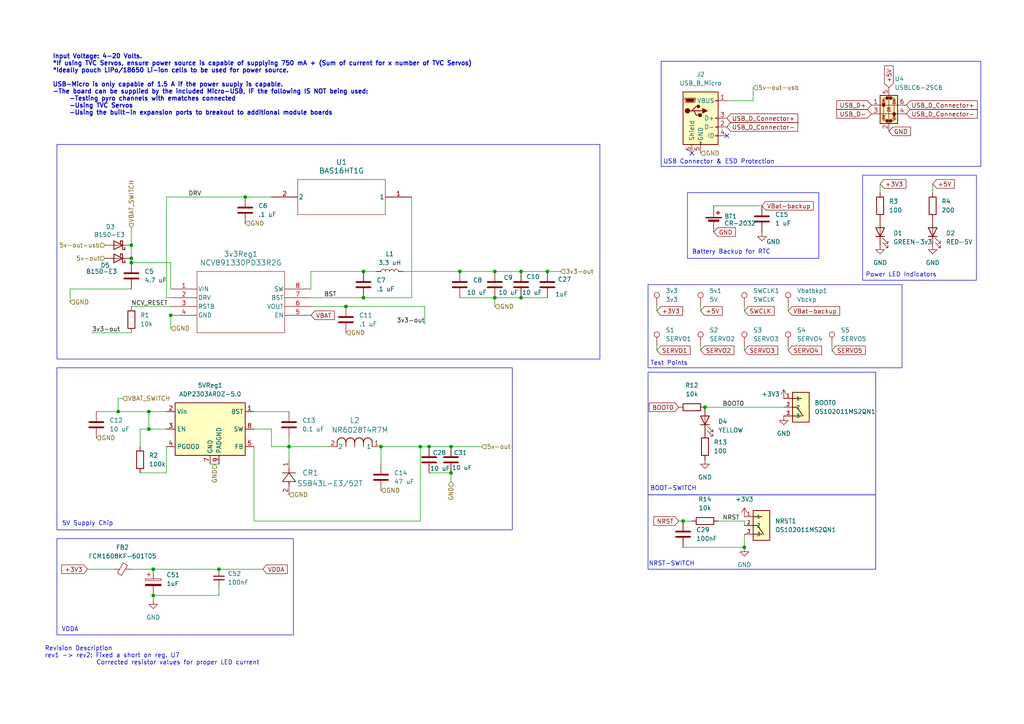
<source format=kicad_sch>
(kicad_sch (version 20231120) (generator "eeschema") (generator_version "8.0")
  (paper "A4")
  (title_block (title "H.A.V.O.C.") (rev "1"))
  (lib_symbols
    (symbol "5v power supply diode:SSB43L-E3_52T" (pin_names (offset 0.254))
      (property "Reference" "CR" (at 5.08 4.445 0))
      (property "Value" "SSB43L-E3/52T" (at 5.08 -3.81 0))
      (symbol "SSB43L-E3_52T_1_1"
        (polyline (pts (xy 2.54 0) (xy 3.4798 0)) (stroke (width 0.2032)))
        (polyline (pts (xy 3.175 0) (xy 3.81 0)) (stroke (width 0.2032)))
        (polyline (pts (xy 3.81 -1.905) (xy 6.35 0)) (stroke (width 0.2032)))
        (polyline (pts (xy 3.81 1.905) (xy 3.81 -1.905)) (stroke (width 0.2032)))
        (polyline (pts (xy 6.35 -1.905) (xy 6.35 1.905)) (stroke (width 0.2032)))
        (polyline (pts (xy 6.35 0) (xy 3.81 1.905)) (stroke (width 0.2032)))
        (polyline (pts (xy 6.35 0) (xy 7.62 0)) (stroke (width 0.2032)))
        (pin unspecified line (at 10.16 0 180) (length 2.54) (name "") (number "1"))
        (pin unspecified line (at 0 0 0) (length 2.54) (name "") (number "2"))
      )
      (symbol "SSB43L-E3_52T_1_2"
        (polyline (pts (xy -1.905 3.81) (xy 1.905 3.81)) (stroke (width 0.2032)))
        (polyline (pts (xy 0 2.54) (xy 0 3.4798)) (stroke (width 0.2032)))
        (polyline (pts (xy 0 3.175) (xy 0 3.81)) (stroke (width 0.2032)))
        (polyline (pts (xy 0 6.35) (xy -1.905 3.81)) (stroke (width 0.2032)))
        (polyline (pts (xy 0 6.35) (xy 0 7.62)) (stroke (width 0.2032)))
        (polyline (pts (xy 1.905 3.81) (xy 0 6.35)) (stroke (width 0.2032)))
        (polyline (pts (xy 1.905 6.35) (xy -1.905 6.35)) (stroke (width 0.2032)))
        (pin unspecified line (at 0 10.16 270) (length 2.54) (name "") (number "1"))
        (pin unspecified line (at 0 0 90) (length 2.54) (name "") (number "2"))
      )
    )
    (symbol "BAS16HT1G:BAS16HT1G" (pin_names (offset 0.254))
      (property "Reference" "U" (at 20.32 10.16 0))
      (property "Value" "BAS16HT1G" (at 20.32 7.62 0))
      (symbol "BAS16HT1G_0_1"
        (polyline (pts (xy 7.62 -5.08) (xy 33.02 -5.08)) (stroke (width 0.127)))
        (polyline (pts (xy 7.62 5.08) (xy 7.62 -5.08)) (stroke (width 0.127)))
        (polyline (pts (xy 33.02 -5.08) (xy 33.02 5.08)) (stroke (width 0.127)))
        (polyline (pts (xy 33.02 5.08) (xy 7.62 5.08)) (stroke (width 0.127)))
        (pin unspecified line (at 0 0 0) (length 7.62) (name "1") (number "1"))
        (pin unspecified line (at 40.64 0 180) (length 7.62) (name "2") (number "2"))
      )
    )
    (symbol "Connector:TestPoint" (pin_numbers hide) (pin_names (offset 0.762) hide)
      (property "Reference" "TP" (at 0 6.858 0))
      (property "Value" "TestPoint" (at 0 5.08 0))
      (symbol "TestPoint_0_1"
        (circle (center 0 3.302) (radius 0.762))
      )
      (symbol "TestPoint_1_1"
        (pin passive line (at 0 0 90) (length 2.54) (name "1") (number "1"))
      )
    )
    (symbol "Connector:USB_B_Micro" (pin_names (offset 1.016))
      (property "Reference" "J" (at -5.08 11.43 0))
      (property "Value" "USB_B_Micro" (at -5.08 8.89 0))
      (symbol "USB_B_Micro_0_1"
        (rectangle (start -5.08 -7.62) (end 5.08 7.62) (stroke (width 0.254)) (fill (type background)))
        (circle (center -3.81 2.159) (radius 0.635) (stroke (width 0.254)) (fill (type outline)))
        (circle (center -0.635 3.429) (radius 0.381) (stroke (width 0.254)) (fill (type outline)))
        (rectangle (start -0.127 -7.62) (end 0.127 -6.858))
        (polyline (pts (xy -1.905 2.159) (xy 0.635 2.159)) (stroke (width 0.254)))
        (polyline (pts (xy -3.175 2.159) (xy -2.54 2.159) (xy -1.27 3.429) (xy -0.635 3.429)) (stroke (width 0.254)))
        (polyline (pts (xy -2.54 2.159) (xy -1.905 2.159) (xy -1.27 0.889) (xy 0 0.889)) (stroke (width 0.254)))
        (polyline (pts (xy 0.635 2.794) (xy 0.635 1.524) (xy 1.905 2.159) (xy 0.635 2.794)) (stroke (width 0.254)) (fill (type outline)))
        (polyline (pts (xy -4.318 5.588) (xy -1.778 5.588) (xy -2.032 4.826) (xy -4.064 4.826) (xy -4.318 5.588)) (fill (type outline)))
        (polyline (pts (xy -4.699 5.842) (xy -4.699 5.588) (xy -4.445 4.826) (xy -4.445 4.572) (xy -1.651 4.572) (xy -1.651 4.826) (xy -1.397 5.588) (xy -1.397 5.842) (xy -4.699 5.842)))
        (rectangle (start 0.254 1.27) (end -0.508 0.508) (stroke (width 0.254)) (fill (type outline)))
        (rectangle (start 5.08 -5.207) (end 4.318 -4.953))
        (rectangle (start 5.08 -2.667) (end 4.318 -2.413))
        (rectangle (start 5.08 -0.127) (end 4.318 0.127))
        (rectangle (start 5.08 4.953) (end 4.318 5.207))
      )
      (symbol "USB_B_Micro_1_1"
        (pin power_out line (at 7.62 5.08 180) (length 2.54) (name "VBUS") (number "1"))
        (pin bidirectional line (at 7.62 -2.54 180) (length 2.54) (name "D-") (number "2"))
        (pin bidirectional line (at 7.62 0 180) (length 2.54) (name "D+") (number "3"))
        (pin passive line (at 7.62 -5.08 180) (length 2.54) (name "ID") (number "4"))
        (pin power_out line (at 0 -10.16 90) (length 2.54) (name "GND") (number "5"))
        (pin passive line (at -2.54 -10.16 90) (length 2.54) (name "Shield") (number "6"))
      )
    )
    (symbol "Device:C" (pin_numbers hide) (pin_names (offset 0.254))
      (property "Reference" "C" (at 0.635 2.54 0))
      (property "Value" "C" (at 0.635 -2.54 0))
      (symbol "C_0_1"
        (polyline (pts (xy -2.032 -0.762) (xy 2.032 -0.762)) (stroke (width 0.508)))
        (polyline (pts (xy -2.032 0.762) (xy 2.032 0.762)) (stroke (width 0.508)))
      )
      (symbol "C_1_1"
        (pin passive line (at 0 3.81 270) (length 2.794) (name "~") (number "1"))
        (pin passive line (at 0 -3.81 90) (length 2.794) (name "~") (number "2"))
      )
    )
    (symbol "Device:L" (pin_numbers hide) (pin_names (offset 1.016) hide)
      (property "Reference" "L" (at -1.27 0 90))
      (property "Value" "L" (at 1.905 0 90))
      (symbol "L_0_1"
        (arc (start 0 -2.54) (mid 0.6323 -1.905) (end 0 -1.27))
        (arc (start 0 -1.27) (mid 0.6323 -0.635) (end 0 0))
        (arc (start 0 0) (mid 0.6323 0.635) (end 0 1.27))
        (arc (start 0 1.27) (mid 0.6323 1.905) (end 0 2.54))
      )
      (symbol "L_1_1"
        (pin passive line (at 0 3.81 270) (length 1.27) (name "1") (number "1"))
        (pin passive line (at 0 -3.81 90) (length 1.27) (name "2") (number "2"))
      )
    )
    (symbol "Device:R" (pin_numbers hide) (pin_names (offset 0))
      (property "Reference" "R" (at 2.032 0 90))
      (property "Value" "R" (at 0 0 90))
      (symbol "R_0_1"
        (rectangle (start -1.016 -2.54) (end 1.016 2.54) (stroke (width 0.254)))
      )
      (symbol "R_1_1"
        (pin passive line (at 0 3.81 270) (length 1.27) (name "~") (number "1"))
        (pin passive line (at 0 -3.81 90) (length 1.27) (name "~") (number "2"))
      )
    )
    (symbol "Diode:B150-E3" (pin_numbers hide) (pin_names hide)
      (property "Reference" "D" (at 0 2.54 0))
      (property "Value" "B150-E3" (at 0 -2.54 0))
      (symbol "B150-E3_0_1"
        (polyline (pts (xy 1.27 0) (xy -1.27 0)))
        (polyline (pts (xy 1.27 1.27) (xy 1.27 -1.27) (xy -1.27 0) (xy 1.27 1.27)) (stroke (width 0.254)))
        (polyline (pts (xy -1.905 0.635) (xy -1.905 1.27) (xy -1.27 1.27) (xy -1.27 -1.27) (xy -0.635 -1.27) (xy -0.635 -0.635)) (stroke (width 0.254)))
      )
      (symbol "B150-E3_1_1"
        (pin passive line (at -3.81 0 0) (length 2.54) (name "K") (number "1"))
        (pin passive line (at 3.81 0 180) (length 2.54) (name "A") (number "2"))
      )
    )
    (symbol "HAVOC Power IC:NCV891330PD33R2G" (pin_names (offset 0.254))
      (property "Reference" "U" (at 20.32 10.16 0))
      (property "Value" "NCV891330PD33R2G" (at 20.32 7.62 0))
      (symbol "NCV891330PD33R2G_0_1"
        (polyline (pts (xy 7.62 -12.7) (xy 33.02 -12.7)) (stroke (width 0.127)))
        (polyline (pts (xy 7.62 5.08) (xy 7.62 -12.7)) (stroke (width 0.127)))
        (polyline (pts (xy 33.02 -12.7) (xy 33.02 5.08)) (stroke (width 0.127)))
        (polyline (pts (xy 33.02 5.08) (xy 7.62 5.08)) (stroke (width 0.127)))
        (pin input line (at 0 0 0) (length 7.62) (name "VIN") (number "1"))
        (pin output line (at 0 -2.54 0) (length 7.62) (name "DRV") (number "2"))
        (pin output line (at 0 -5.08 0) (length 7.62) (name "RSTB") (number "3"))
        (pin power_in line (at 0 -7.62 0) (length 7.62) (name "GND") (number "4"))
        (pin input line (at 40.64 -7.62 180) (length 7.62) (name "EN") (number "5"))
        (pin output line (at 40.64 -5.08 180) (length 7.62) (name "VOUT") (number "6"))
        (pin input line (at 40.64 -2.54 180) (length 7.62) (name "BST") (number "7"))
        (pin output line (at 40.64 0 180) (length 7.62) (name "SW") (number "8"))
      )
    )
    (symbol "NR6028T4R7M:NR6028T4R7M" (pin_names (offset 0.254))
      (property "Reference" "L" (at 6.985 5.08 0))
      (property "Value" "NR6028T4R7M" (at 6.985 -2.54 0))
      (symbol "NR6028T4R7M_1_1"
        (polyline (pts (xy 2.54 0) (xy 2.54 1.27)) (stroke (width 0.2032)))
        (polyline (pts (xy 5.08 0) (xy 5.08 1.27)) (stroke (width 0.2032)))
        (polyline (pts (xy 7.62 0) (xy 7.62 1.27)) (stroke (width 0.2032)))
        (polyline (pts (xy 10.16 0) (xy 10.16 1.27)) (stroke (width 0.2032)))
        (polyline (pts (xy 12.7 0) (xy 12.7 1.27)) (stroke (width 0.2032)))
        (arc (start 5.08 1.27) (mid 3.81 2.5344) (end 2.54 1.27) (stroke (width 0.254)))
        (arc (start 7.62 1.27) (mid 6.35 2.5344) (end 5.08 1.27) (stroke (width 0.254)))
        (arc (start 10.16 1.27) (mid 8.89 2.5344) (end 7.62 1.27) (stroke (width 0.254)))
        (arc (start 12.7 1.27) (mid 11.43 2.5344) (end 10.16 1.27) (stroke (width 0.254)))
        (pin unspecified line (at 15.24 0 180) (length 2.54) (name "1") (number "1"))
        (pin unspecified line (at 0 0 0) (length 2.54) (name "2") (number "2"))
      )
      (symbol "NR6028T4R7M_1_2"
        (arc (start -1.27 5.08) (mid -2.5344 3.81) (end -1.27 2.54) (stroke (width 0.254)))
        (arc (start -1.27 7.62) (mid -2.5344 6.35) (end -1.27 5.08) (stroke (width 0.254)))
        (arc (start -1.27 10.16) (mid -2.5344 8.89) (end -1.27 7.62) (stroke (width 0.254)))
        (arc (start -1.27 12.7) (mid -2.5344 11.43) (end -1.27 10.16) (stroke (width 0.254)))
        (polyline (pts (xy 0 2.54) (xy -1.27 2.54)) (stroke (width 0.2032)))
        (polyline (pts (xy 0 5.08) (xy -1.27 5.08)) (stroke (width 0.2032)))
        (polyline (pts (xy 0 7.62) (xy -1.27 7.62)) (stroke (width 0.2032)))
        (polyline (pts (xy 0 10.16) (xy -1.27 10.16)) (stroke (width 0.2032)))
        (polyline (pts (xy 0 12.7) (xy -1.27 12.7)) (stroke (width 0.2032)))
        (pin unspecified line (at 0 15.24 270) (length 2.54) (name "1") (number "1"))
        (pin unspecified line (at 0 0 90) (length 2.54) (name "2") (number "2"))
      )
    )
    (symbol "OS102011MS2QN1:OS102011MS2QN1" (pin_names (offset 1.016))
      (property "Reference" "S" (at -2.5411 5.0822 0))
      (property "Value" "OS102011MS2QN1" (at -2.544 -7.6319 0))
      (symbol "OS102011MS2QN1_0_0"
        (rectangle (start -2.54 -4.318) (end 2.286 4.318) (stroke (width 0.254)) (fill (type background)))
        (polyline (pts (xy -2.54 -2.54) (xy 0 -2.54)) (stroke (width 0.254)))
        (polyline (pts (xy -2.54 0) (xy -1.27 0)) (stroke (width 0.254)))
        (polyline (pts (xy -2.54 2.54) (xy 0 2.54)) (stroke (width 0.254)))
        (polyline (pts (xy -1.27 0) (xy 0.508 -2.54)) (stroke (width 0.254)))
        (pin passive line (at -5.08 2.54 0) (length 2.54) (name "1") (number "1"))
        (pin passive line (at -5.08 0 0) (length 2.54) (name "2") (number "2"))
        (pin passive line (at -5.08 -2.54 0) (length 2.54) (name "3") (number "3"))
      )
    )
    (symbol "Power_Protection:USBLC6-2SC6" (pin_names hide)
      (property "Reference" "U" (at 0.635 5.715 0))
      (property "Value" "USBLC6-2SC6" (at 0.635 3.81 0))
      (symbol "USBLC6-2SC6_0_0"
        (circle (center -1.524 0) (radius 0.0001) (stroke (width 0.508)))
        (circle (center -0.508 -4.572) (radius 0.0001) (stroke (width 0.508)))
        (circle (center -0.508 2.032) (radius 0.0001) (stroke (width 0.508)))
        (circle (center 0.508 -4.572) (radius 0.0001) (stroke (width 0.508)))
        (circle (center 0.508 2.032) (radius 0.0001) (stroke (width 0.508)))
        (circle (center 1.524 -2.54) (radius 0.0001) (stroke (width 0.508)))
      )
      (symbol "USBLC6-2SC6_0_1"
        (polyline (pts (xy -2.54 -2.54) (xy 2.54 -2.54)))
        (polyline (pts (xy -2.54 0) (xy 2.54 0)))
        (polyline (pts (xy -2.032 -3.048) (xy -1.016 -3.048)))
        (polyline (pts (xy -1.016 1.524) (xy -2.032 1.524)))
        (polyline (pts (xy 1.016 -3.048) (xy 2.032 -3.048)))
        (polyline (pts (xy 1.016 1.524) (xy 2.032 1.524)))
        (polyline (pts (xy -0.508 -1.143) (xy -0.508 -0.762) (xy 0.508 -0.762)))
        (polyline (pts (xy -2.032 0.508) (xy -1.016 0.508) (xy -1.524 1.524) (xy -2.032 0.508)))
        (polyline (pts (xy -1.016 -4.064) (xy -2.032 -4.064) (xy -1.524 -3.048) (xy -1.016 -4.064)))
        (polyline (pts (xy 0.508 -1.778) (xy -0.508 -1.778) (xy 0 -0.762) (xy 0.508 -1.778)))
        (polyline (pts (xy 2.032 -4.064) (xy 1.016 -4.064) (xy 1.524 -3.048) (xy 2.032 -4.064)))
        (polyline (pts (xy 2.032 0.508) (xy 1.016 0.508) (xy 1.524 1.524) (xy 2.032 0.508)))
        (polyline (pts (xy 0 2.54) (xy -0.508 2.032) (xy 0.508 2.032) (xy 0 1.524) (xy 0 -4.064) (xy -0.508 -4.572) (xy 0.508 -4.572) (xy 0 -5.08)))
      )
      (symbol "USBLC6-2SC6_1_1"
        (rectangle (start -2.54 2.794) (end 2.54 -5.334) (stroke (width 0.254)) (fill (type background)))
        (polyline (pts (xy -0.508 2.032) (xy -1.524 2.032) (xy -1.524 -4.572) (xy -0.508 -4.572)))
        (polyline (pts (xy 0.508 -4.572) (xy 1.524 -4.572) (xy 1.524 2.032) (xy 0.508 2.032)))
        (pin passive line (at -5.08 0 0) (length 2.54) (name "I/O1") (number "1"))
        (pin passive line (at 0 -7.62 90) (length 2.54) (name "GND") (number "2"))
        (pin passive line (at -5.08 -2.54 0) (length 2.54) (name "I/O2") (number "3"))
        (pin passive line (at 5.08 -2.54 180) (length 2.54) (name "I/O2") (number "4"))
        (pin passive line (at 0 5.08 270) (length 2.54) (name "VBUS") (number "5"))
        (pin passive line (at 5.08 0 180) (length 2.54) (name "I/O1") (number "6"))
      )
    )
    (symbol "Regulator_Switching:ADP2303ARDZ-5.0"
      (property "Reference" "U" (at -10.16 8.89 0))
      (property "Value" "ADP2303ARDZ-5.0" (at -3.81 8.89 0))
      (symbol "ADP2303ARDZ-5.0_0_1"
        (rectangle (start -10.16 7.62) (end 10.16 -7.62) (stroke (width 0.254)) (fill (type background)))
      )
      (symbol "ADP2303ARDZ-5.0_1_1"
        (pin input line (at 12.7 5.08 180) (length 2.54) (name "BST") (number "1"))
        (pin power_in line (at -12.7 5.08 0) (length 2.54) (name "Vin") (number "2"))
        (pin input line (at -12.7 0 0) (length 2.54) (name "EN") (number "3"))
        (pin output line (at -12.7 -5.08 0) (length 2.54) (name "PGOOD") (number "4"))
        (pin input line (at 12.7 -5.08 180) (length 2.54) (name "FB") (number "5"))
        (pin no_connect line (at -10.16 2.54 0) (length 2.54) hide (name "NC") (number "6"))
        (pin power_in line (at 0 -10.16 90) (length 2.54) (name "GND") (number "7"))
        (pin power_out line (at 12.7 0 180) (length 2.54) (name "SW") (number "8"))
        (pin power_in line (at 2.54 -10.16 90) (length 2.54) (name "PADGND") (number "9"))
      )
    )
    (symbol "cr-2032:CR-2032" (pin_numbers hide) (pin_names (offset 0) hide)
      (property "Reference" "BT" (at 2.54 2.54 0))
      (property "Value" "CR-2032" (at 2.54 0 0))
      (symbol "CR-2032_0_1"
        (rectangle (start -2.286 1.778) (end 2.286 1.524) (fill (type outline)))
        (rectangle (start -1.524 1.016) (end 1.524 0.508) (fill (type outline)))
        (polyline (pts (xy 0 0.762) (xy 0 0)))
        (polyline (pts (xy 0 1.778) (xy 0 2.54)))
        (polyline (pts (xy 0.762 3.048) (xy 1.778 3.048)) (stroke (width 0.254)))
        (polyline (pts (xy 1.27 3.556) (xy 1.27 2.54)) (stroke (width 0.254)))
      )
      (symbol "CR-2032_1_1"
        (pin passive line (at 0 5.08 270) (length 2.54) (name "+") (number "1"))
        (pin passive line (at 0 -2.54 90) (length 2.54) (name "-") (number "2"))
      )
    )
    (symbol "cr-2032:C_Polarized" (pin_numbers hide) (pin_names (offset 0.254))
      (property "Reference" "C" (at 0.635 2.54 0))
      (property "Value" "C_Polarized" (at 0.635 -2.54 0))
      (symbol "C_Polarized_0_1"
        (rectangle (start -2.286 0.508) (end 2.286 1.016))
        (polyline (pts (xy -1.778 2.286) (xy -0.762 2.286)))
        (polyline (pts (xy -1.27 2.794) (xy -1.27 1.778)))
        (rectangle (start 2.286 -0.508) (end -2.286 -1.016) (fill (type outline)))
      )
      (symbol "C_Polarized_1_1"
        (pin passive line (at 0 3.81 270) (length 2.794) (name "~") (number "1"))
        (pin passive line (at 0 -3.81 90) (length 2.794) (name "~") (number "2"))
      )
    )
    (symbol "cr-2032:C_Small" (pin_numbers hide) (pin_names (offset 0.254) hide)
      (property "Reference" "C" (at 0.254 1.778 0))
      (property "Value" "C_Small" (at 0.254 -2.032 0))
      (symbol "C_Small_0_1"
        (polyline (pts (xy -1.524 -0.508) (xy 1.524 -0.508)) (stroke (width 0.3302)))
        (polyline (pts (xy -1.524 0.508) (xy 1.524 0.508)) (stroke (width 0.3048)))
      )
      (symbol "C_Small_1_1"
        (pin passive line (at 0 2.54 270) (length 2.032) (name "~") (number "1"))
        (pin passive line (at 0 -2.54 90) (length 2.032) (name "~") (number "2"))
      )
    )
    (symbol "cr-2032:FerriteBead_Small" (pin_numbers hide) (pin_names (offset 0))
      (property "Reference" "FB" (at 1.905 1.27 0))
      (property "Value" "FerriteBead_Small" (at 1.905 -1.27 0))
      (symbol "FerriteBead_Small_0_1"
        (polyline (pts (xy 0 -1.27) (xy 0 -0.7874)))
        (polyline (pts (xy 0 0.889) (xy 0 1.2954)))
        (polyline (pts (xy -1.8288 0.2794) (xy -1.1176 1.4986) (xy 1.8288 -0.2032) (xy 1.1176 -1.4224) (xy -1.8288 0.2794)))
      )
      (symbol "FerriteBead_Small_1_1"
        (pin passive line (at 0 2.54 270) (length 1.27) (name "~") (number "1"))
        (pin passive line (at 0 -2.54 90) (length 1.27) (name "~") (number "2"))
      )
    )
    (symbol "cr-2032:LED" (pin_numbers hide) (pin_names (offset 1.016) hide)
      (property "Reference" "D" (at 0 2.54 0))
      (property "Value" "LED" (at 0 -2.54 0))
      (symbol "LED_0_1"
        (polyline (pts (xy -1.27 -1.27) (xy -1.27 1.27)) (stroke (width 0.254)))
        (polyline (pts (xy -1.27 0) (xy 1.27 0)))
        (polyline (pts (xy 1.27 -1.27) (xy 1.27 1.27) (xy -1.27 0) (xy 1.27 -1.27)) (stroke (width 0.254)))
        (polyline (pts (xy -3.048 -0.762) (xy -4.572 -2.286) (xy -3.81 -2.286) (xy -4.572 -2.286) (xy -4.572 -1.524)))
        (polyline (pts (xy -1.778 -0.762) (xy -3.302 -2.286) (xy -2.54 -2.286) (xy -3.302 -2.286) (xy -3.302 -1.524)))
      )
      (symbol "LED_1_1"
        (pin passive line (at -3.81 0 0) (length 2.54) (name "K") (number "1"))
        (pin passive line (at 3.81 0 180) (length 2.54) (name "A") (number "2"))
      )
    )
    (symbol "power:+3V3" (power) (pin_numbers hide) (pin_names (offset 0) hide)
      (property "Value" "+3V3" (at 0 3.556 0))
      (symbol "+3V3_0_1"
        (polyline (pts (xy -0.762 1.27) (xy 0 2.54)))
        (polyline (pts (xy 0 0) (xy 0 2.54)))
        (polyline (pts (xy 0 2.54) (xy 0.762 1.27)))
      )
      (symbol "+3V3_1_1"
        (pin power_in line (at 0 0 90) (length 0) (name "~") (number "1"))
      )
    )
    (symbol "power:GND" (power) (pin_numbers hide) (pin_names (offset 0) hide)
      (property "Value" "GND" (at 0 -3.81 0))
      (symbol "GND_0_1"
        (polyline (pts (xy 0 0) (xy 0 -1.27) (xy 1.27 -1.27) (xy 0 -2.54) (xy -1.27 -1.27) (xy 0 -1.27)))
      )
      (symbol "GND_1_1"
        (pin power_in line (at 0 0 270) (length 0) (name "~") (number "1"))
      )
    )
  )
  (junction (at 105.41 78.74))
  (junction (at 204.47 118.11))
  (junction (at 43.18 119.38))
  (junction (at 215.9 158.75))
  (junction (at 130.81 129.54))
  (junction (at 151.13 78.74))
  (junction (at 158.75 78.74))
  (junction (at 71.12 57.15))
  (junction (at 110.49 129.54))
  (junction (at 38.1 74.93))
  (junction (at 63.5 165.1))
  (junction (at 34.29 119.38))
  (junction (at 143.51 86.36))
  (junction (at 124.46 129.54))
  (junction (at 143.51 78.74))
  (junction (at 38.1 76.2))
  (junction (at 44.45 172.72))
  (junction (at 105.41 86.36))
  (junction (at 121.92 129.54))
  (junction (at 151.13 86.36))
  (junction (at 43.18 124.46))
  (junction (at 133.35 78.74))
  (junction (at 44.45 165.1))
  (junction (at 100.33 88.9))
  (junction (at 38.1 71.12))
  (junction (at 49.53 91.44))
  (junction (at 198.12 151.13))
  (junction (at 83.82 129.54))
  (junction (at 130.81 137.16))
  (no_connect (at 210.82 39.37))
  (no_connect (at 200.66 44.45))
  (wire (pts (xy 208.28 151.13) (xy 215.9 151.13)))
  (wire (pts (xy 25.4 165.1) (xy 33.02 165.1)))
  (wire (pts (xy 100.33 88.9) (xy 123.19 88.9)))
  (wire (pts (xy 255.27 55.88) (xy 255.27 53.34)))
  (wire (pts (xy 105.41 78.74) (xy 90.17 78.74)))
  (wire (pts (xy 49.53 91.44) (xy 52.07 91.44)))
  (wire (pts (xy 43.18 119.38) (xy 43.18 124.46)))
  (wire (pts (xy 73.66 119.38) (xy 83.82 119.38)))
  (wire (pts (xy 83.82 129.54) (xy 83.82 133.35)))
  (wire (pts (xy 27.94 119.38) (xy 34.29 119.38)))
  (wire (pts (xy 241.3 101.6) (xy 241.3 100.33)))
  (wire (pts (xy 43.18 119.38) (xy 48.26 119.38)))
  (wire (pts (xy 143.51 88.9) (xy 143.51 86.36)))
  (wire (pts (xy 203.2 101.6) (xy 203.2 100.33)))
  (wire (pts (xy 38.1 71.12) (xy 38.1 74.93)))
  (wire (pts (xy 34.29 119.38) (xy 43.18 119.38)))
  (wire (pts (xy 63.5 170.18) (xy 63.5 172.72)))
  (wire (pts (xy 158.75 78.74) (xy 162.56 78.74)))
  (wire (pts (xy 48.26 57.15) (xy 71.12 57.15)))
  (wire (pts (xy 119.38 57.15) (xy 119.38 86.36)))
  (wire (pts (xy 63.5 172.72) (xy 44.45 172.72)))
  (wire (pts (xy 44.45 165.1) (xy 63.5 165.1)))
  (wire (pts (xy 143.51 86.36) (xy 151.13 86.36)))
  (wire (pts (xy 43.18 124.46) (xy 48.26 124.46)))
  (wire (pts (xy 116.84 78.74) (xy 133.35 78.74)))
  (wire (pts (xy 34.29 115.57) (xy 34.29 119.38)))
  (wire (pts (xy 40.64 124.46) (xy 43.18 124.46)))
  (wire (pts (xy 49.53 91.44) (xy 49.53 95.25)))
  (wire (pts (xy 215.9 151.13) (xy 215.9 152.4)))
  (wire (pts (xy 60.96 134.62) (xy 63.5 134.62)))
  (wire (pts (xy 196.85 151.13) (xy 198.12 151.13)))
  (wire (pts (xy 105.41 86.36) (xy 90.17 86.36)))
  (wire (pts (xy 228.6 90.17) (xy 228.6 88.9)))
  (wire (pts (xy 26.67 96.52) (xy 38.1 96.52)))
  (wire (pts (xy 215.9 90.17) (xy 215.9 88.9)))
  (wire (pts (xy 215.9 158.75) (xy 215.9 154.94)))
  (wire (pts (xy 90.17 88.9) (xy 100.33 88.9)))
  (wire (pts (xy 203.2 90.17) (xy 203.2 88.9)))
  (wire (pts (xy 218.44 25.4) (xy 218.44 29.21)))
  (wire (pts (xy 38.1 66.04) (xy 38.1 71.12)))
  (wire (pts (xy 78.74 57.15) (xy 71.12 57.15)))
  (wire (pts (xy 119.38 86.36) (xy 105.41 86.36)))
  (wire (pts (xy 210.82 29.21) (xy 218.44 29.21)))
  (wire (pts (xy 38.1 76.2) (xy 49.53 76.2)))
  (wire (pts (xy 20.32 87.63) (xy 20.32 83.82)))
  (wire (pts (xy 78.74 129.54) (xy 83.82 129.54)))
  (wire (pts (xy 44.45 173.99) (xy 44.45 172.72)))
  (wire (pts (xy 83.82 129.54) (xy 95.25 129.54)))
  (wire (pts (xy 123.19 88.9) (xy 123.19 93.98)))
  (wire (pts (xy 121.92 151.13) (xy 121.92 129.54)))
  (wire (pts (xy 105.41 78.74) (xy 109.22 78.74)))
  (wire (pts (xy 130.81 129.54) (xy 139.7 129.54)))
  (wire (pts (xy 121.92 129.54) (xy 124.46 129.54)))
  (wire (pts (xy 121.92 129.54) (xy 110.49 129.54)))
  (wire (pts (xy 20.32 83.82) (xy 38.1 83.82)))
  (wire (pts (xy 73.66 124.46) (xy 78.74 124.46)))
  (wire (pts (xy 270.51 55.88) (xy 270.51 53.34)))
  (wire (pts (xy 133.35 86.36) (xy 143.51 86.36)))
  (wire (pts (xy 90.17 78.74) (xy 90.17 83.82)))
  (wire (pts (xy 48.26 86.36) (xy 49.53 86.36)))
  (wire (pts (xy 190.5 90.17) (xy 190.5 88.9)))
  (wire (pts (xy 228.6 101.6) (xy 228.6 100.33)))
  (wire (pts (xy 83.82 127) (xy 83.82 129.54)))
  (wire (pts (xy 110.49 134.62) (xy 110.49 129.54)))
  (wire (pts (xy 48.26 57.15) (xy 48.26 86.36)))
  (wire (pts (xy 215.9 101.6) (xy 215.9 100.33)))
  (wire (pts (xy 48.26 137.16) (xy 48.26 129.54)))
  (wire (pts (xy 143.51 78.74) (xy 151.13 78.74)))
  (wire (pts (xy 133.35 78.74) (xy 143.51 78.74)))
  (wire (pts (xy 151.13 86.36) (xy 158.75 86.36)))
  (wire (pts (xy 40.64 129.54) (xy 40.64 124.46)))
  (wire (pts (xy 130.81 137.16) (xy 130.81 139.7)))
  (wire (pts (xy 73.66 151.13) (xy 121.92 151.13)))
  (wire (pts (xy 124.46 137.16) (xy 130.81 137.16)))
  (wire (pts (xy 124.46 129.54) (xy 130.81 129.54)))
  (wire (pts (xy 198.12 151.13) (xy 200.66 151.13)))
  (wire (pts (xy 40.64 137.16) (xy 48.26 137.16)))
  (wire (pts (xy 35.56 115.57) (xy 34.29 115.57)))
  (wire (pts (xy 49.53 83.82) (xy 49.53 76.2)))
  (wire (pts (xy 38.1 165.1) (xy 44.45 165.1)))
  (wire (pts (xy 38.1 74.93) (xy 38.1 76.2)))
  (wire (pts (xy 207.01 59.69) (xy 220.98 59.69)))
  (wire (pts (xy 38.1 88.9) (xy 49.53 88.9)))
  (wire (pts (xy 78.74 124.46) (xy 78.74 129.54)))
  (wire (pts (xy 151.13 78.74) (xy 158.75 78.74)))
  (wire (pts (xy 73.66 129.54) (xy 73.66 151.13)))
  (wire (pts (xy 190.5 101.6) (xy 190.5 100.33)))
  (wire (pts (xy 63.5 165.1) (xy 76.2 165.1)))
  (wire (pts (xy 198.12 158.75) (xy 215.9 158.75)))
  (wire (pts (xy 204.47 118.11) (xy 227.33 118.11)))
  (rectangle (start 187.96 82.55) (end 261.62 106.68))
  (rectangle (start 187.96 107.95) (end 254 143.51))
  (rectangle (start 250.19 50.8) (end 283.21 81.28))
  (rectangle (start 187.96 143.51) (end 254 165.1))
  (rectangle (start 16.51 156.21) (end 85.09 184.15))
  (rectangle (start 199.39 55.88) (end 237.49 74.93))
  (rectangle (start 16.51 106.68) (end 148.59 153.67))
  (rectangle (start 16.51 41.91) (end 173.99 104.14))
  (rectangle (start 191.77 17.78) (end 284.48 48.26))
  (text "Test Points\n" (at 194.056 105.41 0) (effects (font (size 1.27 1.27))))
  (text "USB Connector & ESD Protection" (at 208.534 46.99 0) (effects (font (size 1.27 1.27))))
  (text "5V Supply Chip" (at 25.4 151.892 0) (effects (font (size 1.27 1.27))))
  (text "NRST-SWITCH\n" (at 194.818 163.576 0) (effects (font (size 1.27 1.27))))
  (text "BOOT-SWITCH\n" (at 195.326 141.732 0) (effects (font (size 1.27 1.27))))
  (text "Input Voltage: 4-20 Volts. \n*If using TVC Servos, ensure power source is capable of supplying 750 mA + (Sum of current for x number of TVC Servos)\n*Ideally pouch LiPo/18650 Li-ion cells to be used for power source. \n\nUSB-Micro is only capable of 1.5 A if the power suuply is capable. \n-The board can be supplied by the included Micro-USB, IF the following IS NOT being used: \n	-Testing pyro channels with ematches connected\n	-Using TVC Servos\n	-Using the built-in expansion ports to breakout to additional module boards " (at 15.24 24.638 0) (effects (font (size 1.27 1.27) (thickness 0.254) (bold yes)) (justify left)))
  (text "Revision Description \nrev1 -> rev2: Fixed a short on reg. U7\n			Corrected resistor values for proper LED current\n			  \n			  " (at 12.954 192.278 0) (effects (font (size 1.27 1.27)) (justify left)))
  (text "VDDA\n" (at 20.32 182.626 0) (effects (font (size 1.27 1.27))))
  (text "Power LED Indicators" (at 261.366 79.756 0) (effects (font (size 1.27 1.27))))
  (text "Battery Backup for RTC\n" (at 212.09 73.152 0) (effects (font (size 1.27 1.27))))
  (label "DRV" (at 54.61 57.15 0))
  (label "3v3-out" (at 26.67 96.52 0))
  (label "NCV_RESET" (at 38.1 88.9 0))
  (label "BOOT0" (at 209.55 118.11 0))
  (label "NRST" (at 209.55 151.13 0))
  (label "3v3-out" (at 123.19 93.98 180))
  (label "BST" (at 93.98 86.36 0))
  (global_label "GND" (shape input) (at 207.01 67.31 0) (property "Intersheetrefs" "${INTERSHEET_REFS}" (effects (hide yes))))
  (global_label "SWCLK" (shape input) (at 215.9 90.17 0) (property "Intersheetrefs" "${INTERSHEET_REFS}" (effects (hide yes))))
  (global_label "SERVO3" (shape input) (at 215.9 101.6 0) (property "Intersheetrefs" "${INTERSHEET_REFS}" (effects (hide yes))))
  (global_label "+5V" (shape input) (at 257.81 25.4 90) (property "Intersheetrefs" "${INTERSHEET_REFS}" (effects (hide yes))))
  (global_label "NRST" (shape input) (at 196.85 151.13 180) (property "Intersheetrefs" "${INTERSHEET_REFS}" (effects (hide yes))))
  (global_label "+5V" (shape input) (at 270.51 53.34 0) (property "Intersheetrefs" "${INTERSHEET_REFS}" (effects (hide yes))))
  (global_label "USB_D-" (shape input) (at 252.73 33.02 180) (property "Intersheetrefs" "${INTERSHEET_REFS}" (effects (hide yes))))
  (global_label "BOOT0" (shape input) (at 196.85 118.11 180) (property "Intersheetrefs" "${INTERSHEET_REFS}" (effects (hide yes))))
  (global_label "VBat-backup" (shape input) (at 228.6 90.17 0) (property "Intersheetrefs" "${INTERSHEET_REFS}" (effects (hide yes))))
  (global_label "USB_D_Connector-" (shape input) (at 210.82 36.83 0) (property "Intersheetrefs" "${INTERSHEET_REFS}" (effects (hide yes))))
  (global_label "SERVO1" (shape input) (at 190.5 101.6 0) (property "Intersheetrefs" "${INTERSHEET_REFS}" (effects (hide yes))))
  (global_label "GND" (shape input) (at 257.81 38.1 0) (property "Intersheetrefs" "${INTERSHEET_REFS}" (effects (hide yes))))
  (global_label "USB_D+" (shape input) (at 252.73 30.48 180) (property "Intersheetrefs" "${INTERSHEET_REFS}" (effects (hide yes))))
  (global_label "USB_D_Connector+" (shape input) (at 210.82 34.29 0) (property "Intersheetrefs" "${INTERSHEET_REFS}" (effects (hide yes))))
  (global_label "VBat-backup" (shape input) (at 220.98 59.69 0) (property "Intersheetrefs" "${INTERSHEET_REFS}" (effects (hide yes))))
  (global_label "+3V3" (shape input) (at 190.5 90.17 0) (property "Intersheetrefs" "${INTERSHEET_REFS}" (effects (hide yes))))
  (global_label "SERVO4" (shape input) (at 228.6 101.6 0) (property "Intersheetrefs" "${INTERSHEET_REFS}" (effects (hide yes))))
  (global_label "USB_D_Connector-" (shape input) (at 262.89 33.02 0) (property "Intersheetrefs" "${INTERSHEET_REFS}" (effects (hide yes))))
  (global_label "SERVO2" (shape input) (at 203.2 101.6 0) (property "Intersheetrefs" "${INTERSHEET_REFS}" (effects (hide yes))))
  (global_label "VBAT" (shape input) (at 90.17 91.44 0) (property "Intersheetrefs" "${INTERSHEET_REFS}" (effects (hide yes))))
  (global_label "SERVO5" (shape input) (at 241.3 101.6 0) (property "Intersheetrefs" "${INTERSHEET_REFS}" (effects (hide yes))))
  (global_label "+5V" (shape input) (at 203.2 90.17 0) (property "Intersheetrefs" "${INTERSHEET_REFS}" (effects (hide yes))))
  (global_label "USB_D_Connector+" (shape input) (at 262.89 30.48 0) (property "Intersheetrefs" "${INTERSHEET_REFS}" (effects (hide yes))))
  (global_label "+3V3" (shape input) (at 255.27 53.34 0) (property "Intersheetrefs" "${INTERSHEET_REFS}" (effects (hide yes))))
  (global_label "+3V3" (shape input) (at 25.4 165.1 180) (property "Intersheetrefs" "${INTERSHEET_REFS}" (effects (hide yes))))
  (global_label "VDDA" (shape input) (at 76.2 165.1 0) (property "Intersheetrefs" "${INTERSHEET_REFS}" (effects (hide yes))))
  (hierarchical_label "GND" (shape input) (at 130.81 139.7 270))
  (hierarchical_label "GND" (shape input) (at 143.51 88.9 0))
  (hierarchical_label "5v-out" (shape input) (at 139.7 129.54 0))
  (hierarchical_label "5v-out-usb" (shape input) (at 30.48 71.12 180))
  (hierarchical_label "VBAT_SWITCH" (shape input) (at 38.1 66.04 90))
  (hierarchical_label "3v3-out" (shape input) (at 162.56 78.74 0))
  (hierarchical_label "GND" (shape input) (at 203.2 44.45 0))
  (hierarchical_label "GND" (shape input) (at 27.94 127 0))
  (hierarchical_label "GND" (shape input) (at 83.82 143.51 0))
  (hierarchical_label "GND" (shape input) (at 100.33 96.52 0))
  (hierarchical_label "VBAT_SWITCH" (shape input) (at 35.56 115.57 0))
  (hierarchical_label "GND" (shape input) (at 49.53 95.25 0))
  (hierarchical_label "5v-out" (shape input) (at 30.48 74.93 180))
  (hierarchical_label "GND" (shape input) (at 62.23 134.62 270))
  (hierarchical_label "GND" (shape input) (at 20.32 87.63 0))
  (hierarchical_label "5v-out-usb" (shape input) (at 218.44 25.4 0))
  (hierarchical_label "GND" (shape input) (at 71.12 64.77 0))
  (hierarchical_label "GND" (shape input) (at 110.49 142.24 0))
  (symbol (lib_id "5v power supply diode:SSB43L-E3_52T") (at 83.82 143.51 90) (unit 1)
    (property "Reference" "CR1" (at 87.63 137.1599 90) (effects (font (size 1.524 1.524)) (justify right)))
    (property "Value" "SSB43L-E3/52T" (at 86.106 140.208 90) (effects (font (size 1.524 1.524)) (justify right)))
    (property "Footprint" "ssb43:DIODE_DO214AA_MBRS" (effects (hide yes)))
    (property "Datasheet" "SSB43L-E3/52T" (effects (hide yes)))
  )
  (symbol (lib_id "Device:C") (at 71.12 60.96 0) (unit 1)
    (property "Reference" "C6" (at 74.93 59.6899 0) (effects (justify left)))
    (property "Value" ".1 uF" (at 74.93 62.2299 0) (effects (justify left)))
    (property "Footprint" "Capacitor_SMD:C_0805_2012Metric" (effects (hide yes)))
    (property "Description" "Unpolarized capacitor" (effects (hide yes)))
  )
  (symbol (lib_id "Diode:B150-E3") (at 34.29 74.93 180) (unit 1)
    (property "Reference" "D5" (at 30.48 76.962 0))
    (property "Value" "B150-E3" (at 29.464 78.74 0))
    (property "Footprint" "Diode_SMD:D_SMA" (effects (hide yes)))
    (property "Datasheet" "http://www.vishay.com/docs/88946/b120.pdf" (effects (hide yes)))
    (property "Description" "50V 1A Schottky Barrier Rectifier Diode, SMA(DO-214AC)" (effects (hide yes)))
  )
  (symbol (lib_id "cr-2032:C_Small") (at 63.5 167.64 0) (unit 1)
    (property "Reference" "C52" (at 66.04 166.3762 0) (effects (justify left)))
    (property "Value" "100nF" (at 66.04 168.9162 0) (effects (justify left)))
    (property "Footprint" "Capacitor_SMD:C_0201_0603Metric" (effects (hide yes)))
    (property "Description" "Unpolarized capacitor, small symbol" (effects (hide yes)))
  )
  (symbol (lib_id "Device:C") (at 151.13 82.55 0) (unit 1)
    (property "Reference" "C10" (at 152.654 80.264 0) (effects (justify left)))
    (property "Value" "10 uF" (at 151.384 84.836 0) (effects (justify left)))
    (property "Footprint" "Capacitor_SMD:C_0805_2012Metric" (effects (hide yes)))
    (property "Description" "Unpolarized capacitor" (effects (hide yes)))
  )
  (symbol (lib_id "cr-2032:LED") (at 204.47 121.92 90) (unit 1)
    (property "Reference" "D4" (at 208.28 122.2374 90) (effects (justify right)))
    (property "Value" "YELLOW" (at 208.28 124.7774 90) (effects (justify right)))
    (property "Footprint" "LED_SMD:LED_0805_2012Metric" (effects (hide yes)))
    (property "Description" "Light emitting diode" (effects (hide yes)))
  )
  (symbol (lib_id "OS102011MS2QN1:OS102011MS2QN1") (at 232.41 118.11 0) (unit 1)
    (property "Reference" "BOOT0" (at 236.22 116.8399 0) (effects (justify left)))
    (property "Value" "OS102011MS2QN1" (at 236.22 119.3799 0) (effects (justify left)))
    (property "Footprint" "OS102011MS2QN1:SW_OS102011MS2QN1" (effects (hide yes)))
    (property "DigiKey_Part_Number" "CKN9565-ND" (effects (hide yes)))
    (property "SnapEDA_Link" "https://www.snapeda.com/parts/OS102011MS2QN1/C%2526K/view-part/?ref=snap" (effects (hide yes)))
    (property "Description_1" "\nSwitch,Slide,Mini,SPDT,ON-ON,Non-Shorting(BBM),100mA,12VDC,ThruHole,PC Pin | C&K OS102011MS2QN1\n" (effects (hide yes)))
    (property "Package" "None" (effects (hide yes)))
    (property "Check_prices" "https://www.snapeda.com/parts/OS102011MS2QN1/C%2526K/view-part/?ref=eda" (effects (hide yes)))
    (property "STANDARD" "MANUFACTURER RECOMMENDATIONS" (effects (hide yes)))
    (property "MF" "C&K" (effects (hide yes)))
    (property "MP" "OS102011MS2QN1" (effects (hide yes)))
    (property "MANUFACTURER" "C&K" (effects (hide yes)))
  )
  (symbol (lib_id "Device:C") (at 100.33 92.71 0) (unit 1)
    (property "Reference" "C11" (at 104.14 91.4399 0) (effects (justify left)))
    (property "Value" ".1 uF" (at 104.14 93.9799 0) (effects (justify left)))
    (property "Footprint" "Capacitor_SMD:C_0805_2012Metric" (effects (hide yes)))
    (property "Description" "Unpolarized capacitor" (effects (hide yes)))
  )
  (symbol (lib_id "Connector:TestPoint") (at 203.2 88.9 0) (unit 1)
    (property "Reference" "5v1" (at 205.74 84.3279 0) (effects (justify left)))
    (property "Value" "5V" (at 205.74 86.8679 0) (effects (justify left)))
    (property "Footprint" "TestPoint:TestPoint_Pad_1.5x1.5mm" (effects (hide yes)))
    (property "Description" "test point" (effects (hide yes)))
  )
  (symbol (lib_id "Diode:B150-E3") (at 34.29 71.12 180) (unit 1)
    (property "Reference" "D3" (at 32.004 65.786 0))
    (property "Value" "B150-E3" (at 31.75 68.072 0))
    (property "Footprint" "Diode_SMD:D_SMA" (effects (hide yes)))
    (property "Datasheet" "http://www.vishay.com/docs/88946/b120.pdf" (effects (hide yes)))
    (property "Description" "50V 1A Schottky Barrier Rectifier Diode, SMA(DO-214AC)" (effects (hide yes)))
  )
  (symbol (lib_id "power:GND") (at 255.27 71.12 0) (unit 1)
    (property "Reference" "#PWR06" (effects (hide yes)))
    (property "Value" "GND" (at 255.27 76.2 0))
    (property "Description" "Power symbol creates a global label with name \"GND\" , ground" (effects (hide yes)))
  )
  (symbol (lib_id "Device:C") (at 83.82 123.19 0) (unit 1)
    (property "Reference" "C13" (at 87.63 121.9199 0) (effects (justify left)))
    (property "Value" "0.1 uF" (at 87.63 124.4599 0) (effects (justify left)))
    (property "Footprint" "Capacitor_SMD:C_0805_2012Metric" (effects (hide yes)))
    (property "Description" "Unpolarized capacitor" (effects (hide yes)))
  )
  (symbol (lib_id "Device:C") (at 105.41 82.55 0) (unit 1)
    (property "Reference" "C7" (at 109.22 81.2799 0) (effects (justify left)))
    (property "Value" ".1 uF" (at 109.22 83.8199 0) (effects (justify left)))
    (property "Footprint" "Capacitor_SMD:C_0805_2012Metric" (effects (hide yes)))
    (property "Description" "Unpolarized capacitor" (effects (hide yes)))
  )
  (symbol (lib_id "Device:C") (at 158.75 82.55 0) (unit 1)
    (property "Reference" "C27" (at 161.798 81.026 0) (effects (justify left)))
    (property "Value" "1uF" (at 161.036 85.344 0) (effects (justify left)))
    (property "Footprint" "Capacitor_SMD:C_0603_1608Metric" (effects (hide yes)))
    (property "Description" "Unpolarized capacitor" (effects (hide yes)))
  )
  (symbol (lib_id "cr-2032:LED") (at 270.51 67.31 90) (unit 1)
    (property "Reference" "D2" (at 274.32 67.6274 90) (effects (justify right)))
    (property "Value" "RED-5V" (at 274.32 70.1674 90) (effects (justify right)))
    (property "Footprint" "LED_SMD:LED_0805_2012Metric" (effects (hide yes)))
    (property "Description" "Light emitting diode" (effects (hide yes)))
  )
  (symbol (lib_id "power:GND") (at 270.51 71.12 0) (unit 1)
    (property "Reference" "#PWR018" (effects (hide yes)))
    (property "Value" "GND" (at 270.51 76.2 0))
    (property "Description" "Power symbol creates a global label with name \"GND\" , ground" (effects (hide yes)))
  )
  (symbol (lib_id "Device:L") (at 113.03 78.74 90) (unit 1)
    (property "Reference" "L1" (at 113.03 73.66 90))
    (property "Value" "3.3 uH" (at 113.03 76.2 90))
    (property "Footprint" "NRS5030T3:IND_NRS5030_TAY" (effects (hide yes)))
    (property "Description" "Inductor" (effects (hide yes)))
  )
  (symbol (lib_id "BAS16HT1G:BAS16HT1G") (at 119.38 57.15 180) (unit 1)
    (property "Reference" "U1" (at 99.06 46.99 0) (effects (font (size 1.524 1.524))))
    (property "Value" "BAS16HT1G" (at 99.06 49.53 0) (effects (font (size 1.524 1.524))))
    (property "Footprint" "bas16ht1g:SOD_16HT1G_ONS" (effects (hide yes)))
    (property "Datasheet" "BAS16HT1G" (effects (hide yes)))
  )
  (symbol (lib_id "HAVOC Power IC:NCV891330PD33R2G") (at 49.53 83.82 0) (unit 1)
    (property "Reference" "3v3Reg1" (at 69.85 73.66 0) (effects (font (size 1.524 1.524))))
    (property "Value" "NCV891330PD33R2G" (at 69.85 76.2 0) (effects (font (size 1.524 1.524))))
    (property "Footprint" "NCV891330PD33R2G:SOIC8_3P9X4P9_ONS" (effects (hide yes)))
    (property "Datasheet" "NCV891330PD33R2G" (effects (hide yes)))
  )
  (symbol (lib_id "power:GND") (at 227.33 120.65 0) (unit 1)
    (property "Reference" "#PWR034" (effects (hide yes)))
    (property "Value" "GND" (at 227.33 125.73 0))
    (property "Description" "Power symbol creates a global label with name \"GND\" , ground" (effects (hide yes)))
  )
  (symbol (lib_id "Device:C") (at 38.1 80.01 0) (unit 1)
    (property "Reference" "C5" (at 41.91 78.7399 0) (effects (justify left)))
    (property "Value" "4.7 uF" (at 41.91 81.2799 0) (effects (justify left)))
    (property "Footprint" "Capacitor_SMD:C_0805_2012Metric" (effects (hide yes)))
    (property "Description" "Unpolarized capacitor" (effects (hide yes)))
  )
  (symbol (lib_id "Connector:TestPoint") (at 241.3 100.33 0) (unit 1)
    (property "Reference" "S5" (at 243.84 95.7579 0) (effects (justify left)))
    (property "Value" "SERVO5" (at 243.84 98.2979 0) (effects (justify left)))
    (property "Footprint" "TestPoint:TestPoint_Pad_1.5x1.5mm" (effects (hide yes)))
    (property "Description" "test point" (effects (hide yes)))
  )
  (symbol (lib_id "cr-2032:CR-2032") (at 207.01 64.77 0) (unit 1)
    (property "Reference" "BT1" (at 210.058 62.738 0) (effects (justify left)))
    (property "Value" "CR-2032" (at 210.058 64.77 0) (effects (justify left)))
    (property "Footprint" "cr-2032:cr 2032 holder" (effects (hide yes)))
    (property "Description" "CR-2032" (effects (hide yes)))
  )
  (symbol (lib_id "power:+3V3") (at 227.33 115.57 0) (unit 1)
    (property "Reference" "#PWR036" (effects (hide yes)))
    (property "Value" "+3V3" (at 223.52 114.3 0))
    (property "Description" "Power symbol creates a global label with name \"+3V3\"" (effects (hide yes)))
  )
  (symbol (lib_id "NR6028T4R7M:NR6028T4R7M") (at 95.25 129.54 0) (unit 1)
    (property "Reference" "L2" (at 102.87 121.92 0) (effects (font (size 1.524 1.524))))
    (property "Value" "NR6028T4R7M" (at 104.394 124.714 0) (effects (font (size 1.524 1.524))))
    (property "Footprint" "NR6028T4R7M:IND_NR6028T4R7M" (effects (hide yes)))
    (property "Datasheet" "NR6028T4R7M" (effects (hide yes)))
  )
  (symbol (lib_id "Device:R") (at 270.51 59.69 0) (unit 1)
    (property "Reference" "R4" (at 273.05 58.4199 0) (effects (justify left)))
    (property "Value" "200" (at 273.05 60.9599 0) (effects (justify left)))
    (property "Footprint" "Resistor_SMD:R_0603_1608Metric" (effects (hide yes)))
    (property "Description" "Resistor" (effects (hide yes)))
  )
  (symbol (lib_id "Device:R") (at 40.64 133.35 0) (unit 1)
    (property "Reference" "R2" (at 43.18 132.0799 0) (effects (justify left)))
    (property "Value" "100k" (at 43.18 134.6199 0) (effects (justify left)))
    (property "Footprint" "Resistor_SMD:R_0805_2012Metric" (effects (hide yes)))
    (property "Description" "Resistor" (effects (hide yes)))
  )
  (symbol (lib_id "Power_Protection:USBLC6-2SC6") (at 257.81 30.48 0) (unit 1)
    (property "Reference" "U4" (at 259.4611 22.86 0) (effects (justify left)))
    (property "Value" "USBLC6-2SC6" (at 259.4611 25.4 0) (effects (justify left)))
    (property "Footprint" "Package_TO_SOT_SMD:SOT-23-6" (effects (hide yes)))
    (property "Datasheet" "https://www.st.com/resource/en/datasheet/usblc6-2.pdf" (effects (hide yes)))
    (property "Description" "Very low capacitance ESD protection diode, 2 data-line, SOT-23-6" (effects (hide yes)))
  )
  (symbol (lib_id "power:GND") (at 220.98 67.31 0) (unit 1)
    (property "Reference" "#PWR04" (effects (hide yes)))
    (property "Value" "GND" (at 224.282 70.104 0))
    (property "Description" "Power symbol creates a global label with name \"GND\" , ground" (effects (hide yes)))
  )
  (symbol (lib_id "Device:C") (at 220.98 63.5 0) (unit 1)
    (property "Reference" "C15" (at 224.79 62.2299 0) (effects (justify left)))
    (property "Value" "1 uF" (at 224.79 64.7699 0) (effects (justify left)))
    (property "Footprint" "Capacitor_SMD:C_0603_1608Metric" (effects (hide yes)))
    (property "Description" "Unpolarized capacitor" (effects (hide yes)))
  )
  (symbol (lib_id "Device:R") (at 204.47 129.54 0) (unit 1)
    (property "Reference" "R13" (at 207.01 128.2699 0) (effects (justify left)))
    (property "Value" "100" (at 207.01 130.8099 0) (effects (justify left)))
    (property "Footprint" "Resistor_SMD:R_0805_2012Metric" (effects (hide yes)))
    (property "Description" "Resistor" (effects (hide yes)))
  )
  (symbol (lib_id "power:+3V3") (at 215.9 149.86 0) (unit 1)
    (property "Reference" "#PWR038" (effects (hide yes)))
    (property "Value" "+3V3" (at 215.9 144.78 0))
    (property "Description" "Power symbol creates a global label with name \"+3V3\"" (effects (hide yes)))
  )
  (symbol (lib_id "Device:C") (at 27.94 123.19 0) (unit 1)
    (property "Reference" "C12" (at 31.75 121.9199 0) (effects (justify left)))
    (property "Value" "10 uF" (at 31.75 124.4599 0) (effects (justify left)))
    (property "Footprint" "Capacitor_SMD:C_0805_2012Metric" (effects (hide yes)))
    (property "Description" "Unpolarized capacitor" (effects (hide yes)))
  )
  (symbol (lib_id "Connector:TestPoint") (at 215.9 100.33 0) (unit 1)
    (property "Reference" "S3" (at 218.44 95.7579 0) (effects (justify left)))
    (property "Value" "SERVO3" (at 218.44 98.2979 0) (effects (justify left)))
    (property "Footprint" "TestPoint:TestPoint_Pad_1.5x1.5mm" (effects (hide yes)))
    (property "Description" "test point" (effects (hide yes)))
  )
  (symbol (lib_id "Connector:TestPoint") (at 190.5 100.33 0) (unit 1)
    (property "Reference" "S1" (at 193.04 95.7579 0) (effects (justify left)))
    (property "Value" "SERVO1" (at 193.04 98.2979 0) (effects (justify left)))
    (property "Footprint" "TestPoint:TestPoint_Pad_1.5x1.5mm" (effects (hide yes)))
    (property "Description" "test point" (effects (hide yes)))
  )
  (symbol (lib_id "Device:C") (at 124.46 133.35 0) (unit 1)
    (property "Reference" "C28" (at 125.476 131.318 0) (effects (justify left)))
    (property "Value" "10 uF" (at 124.714 135.89 0) (effects (justify left)))
    (property "Footprint" "Capacitor_SMD:C_0805_2012Metric" (effects (hide yes)))
    (property "Description" "Unpolarized capacitor" (effects (hide yes)))
  )
  (symbol (lib_id "Device:C") (at 110.49 138.43 0) (unit 1)
    (property "Reference" "C14" (at 114.3 137.1599 0) (effects (justify left)))
    (property "Value" "47 uF" (at 114.3 139.6999 0) (effects (justify left)))
    (property "Footprint" "Capacitor_SMD:C_0805_2012Metric" (effects (hide yes)))
    (property "Description" "Unpolarized capacitor" (effects (hide yes)))
  )
  (symbol (lib_id "Device:R") (at 200.66 118.11 90) (unit 1)
    (property "Reference" "R12" (at 200.66 111.76 90))
    (property "Value" "10k" (at 200.66 114.3 90))
    (property "Footprint" "Resistor_SMD:R_0805_2012Metric" (effects (hide yes)))
    (property "Description" "Resistor" (effects (hide yes)))
  )
  (symbol (lib_id "OS102011MS2QN1:OS102011MS2QN1") (at 220.98 152.4 0) (unit 1)
    (property "Reference" "NRST1" (at 224.79 151.1299 0) (effects (justify left)))
    (property "Value" "OS102011MS2QN1" (at 224.79 153.6699 0) (effects (justify left)))
    (property "Footprint" "OS102011MS2QN1:SW_OS102011MS2QN1" (effects (hide yes)))
    (property "DigiKey_Part_Number" "CKN9565-ND" (effects (hide yes)))
    (property "SnapEDA_Link" "https://www.snapeda.com/parts/OS102011MS2QN1/C%2526K/view-part/?ref=snap" (effects (hide yes)))
    (property "Description_1" "\nSwitch,Slide,Mini,SPDT,ON-ON,Non-Shorting(BBM),100mA,12VDC,ThruHole,PC Pin | C&K OS102011MS2QN1\n" (effects (hide yes)))
    (property "Package" "None" (effects (hide yes)))
    (property "Check_prices" "https://www.snapeda.com/parts/OS102011MS2QN1/C%2526K/view-part/?ref=eda" (effects (hide yes)))
    (property "STANDARD" "MANUFACTURER RECOMMENDATIONS" (effects (hide yes)))
    (property "MF" "C&K" (effects (hide yes)))
    (property "MP" "OS102011MS2QN1" (effects (hide yes)))
    (property "MANUFACTURER" "C&K" (effects (hide yes)))
  )
  (symbol (lib_id "cr-2032:FerriteBead_Small") (at 35.56 165.1 90) (unit 1)
    (property "Reference" "FB2" (at 35.5219 158.75 90))
    (property "Value" "FCM1608KF-601T05" (at 35.5219 161.29 90))
    (property "Footprint" "Inductor_SMD:L_0603_1608Metric" (effects (hide yes)))
    (property "Description" "Ferrite bead, small symbol" (effects (hide yes)))
  )
  (symbol (lib_id "power:GND") (at 44.45 173.99 0) (unit 1)
    (property "Reference" "#PWR051" (effects (hide yes)))
    (property "Value" "GND" (at 44.45 179.07 0))
    (property "Description" "Power symbol creates a global label with name \"GND\" , ground" (effects (hide yes)))
  )
  (symbol (lib_id "Device:R") (at 38.1 92.71 0) (unit 1)
    (property "Reference" "R1" (at 40.64 91.4399 0) (effects (justify left)))
    (property "Value" "10k" (at 40.64 93.9799 0) (effects (justify left)))
    (property "Footprint" "Resistor_SMD:R_0603_1608Metric" (effects (hide yes)))
    (property "Description" "Resistor" (effects (hide yes)))
  )
  (symbol (lib_id "Device:R") (at 204.47 151.13 90) (unit 1)
    (property "Reference" "R14" (at 204.47 144.78 90))
    (property "Value" "10k" (at 204.47 147.32 90))
    (property "Footprint" "Resistor_SMD:R_0805_2012Metric" (effects (hide yes)))
    (property "Description" "Resistor" (effects (hide yes)))
  )
  (symbol (lib_id "Connector:TestPoint") (at 190.5 88.9 0) (unit 1)
    (property "Reference" "3v3" (at 193.04 84.3279 0) (effects (justify left)))
    (property "Value" "3v3" (at 193.04 86.8679 0) (effects (justify left)))
    (property "Footprint" "TestPoint:TestPoint_Pad_1.5x1.5mm" (effects (hide yes)))
    (property "Description" "test point" (effects (hide yes)))
  )
  (symbol (lib_id "Connector:TestPoint") (at 203.2 100.33 0) (unit 1)
    (property "Reference" "S2" (at 205.74 95.7579 0) (effects (justify left)))
    (property "Value" "SERVO2" (at 205.74 98.2979 0) (effects (justify left)))
    (property "Footprint" "TestPoint:TestPoint_Pad_1.5x1.5mm" (effects (hide yes)))
    (property "Description" "test point" (effects (hide yes)))
  )
  (symbol (lib_id "power:GND") (at 204.47 133.35 0) (unit 1)
    (property "Reference" "#PWR035" (effects (hide yes)))
    (property "Value" "GND" (at 204.47 138.43 0))
    (property "Description" "Power symbol creates a global label with name \"GND\" , ground" (effects (hide yes)))
  )
  (symbol (lib_id "Device:C") (at 198.12 154.94 0) (unit 1)
    (property "Reference" "C29" (at 201.93 153.6699 0) (effects (justify left)))
    (property "Value" "100nF" (at 201.93 156.2099 0) (effects (justify left)))
    (property "Footprint" "Capacitor_SMD:C_0805_2012Metric" (effects (hide yes)))
    (property "Description" "Unpolarized capacitor" (effects (hide yes)))
  )
  (symbol (lib_id "Device:R") (at 255.27 59.69 0) (unit 1)
    (property "Reference" "R3" (at 257.81 58.4199 0) (effects (justify left)))
    (property "Value" "100" (at 257.81 60.9599 0) (effects (justify left)))
    (property "Footprint" "Resistor_SMD:R_0603_1608Metric" (effects (hide yes)))
    (property "Description" "Resistor" (effects (hide yes)))
  )
  (symbol (lib_id "cr-2032:LED") (at 255.27 67.31 90) (unit 1)
    (property "Reference" "D1" (at 259.08 67.6274 90) (effects (justify right)))
    (property "Value" "GREEN-3v3" (at 259.08 70.1674 90) (effects (justify right)))
    (property "Footprint" "LED_SMD:LED_0805_2012Metric" (effects (hide yes)))
    (property "Description" "Light emitting diode" (effects (hide yes)))
  )
  (symbol (lib_id "power:GND") (at 215.9 158.75 0) (unit 1)
    (property "Reference" "#PWR037" (effects (hide yes)))
    (property "Value" "GND" (at 215.9 163.83 0))
    (property "Description" "Power symbol creates a global label with name \"GND\" , ground" (effects (hide yes)))
  )
  (symbol (lib_id "Connector:TestPoint") (at 215.9 88.9 0) (unit 1)
    (property "Reference" "SWCLK1" (at 218.44 84.3279 0) (effects (justify left)))
    (property "Value" "SWCLK" (at 218.44 86.8679 0) (effects (justify left)))
    (property "Footprint" "TestPoint:TestPoint_Pad_1.5x1.5mm" (effects (hide yes)))
    (property "Description" "test point" (effects (hide yes)))
  )
  (symbol (lib_id "Device:C") (at 143.51 82.55 0) (unit 1)
    (property "Reference" "C9" (at 146.05 80.518 0) (effects (justify left)))
    (property "Value" "10 uF" (at 144.526 84.836 0) (effects (justify left)))
    (property "Footprint" "Capacitor_SMD:C_0805_2012Metric" (effects (hide yes)))
    (property "Description" "Unpolarized capacitor" (effects (hide yes)))
  )
  (symbol (lib_id "Connector:TestPoint") (at 228.6 100.33 0) (unit 1)
    (property "Reference" "S4" (at 231.14 95.7579 0) (effects (justify left)))
    (property "Value" "SERVO4" (at 231.14 98.2979 0) (effects (justify left)))
    (property "Footprint" "TestPoint:TestPoint_Pad_1.5x1.5mm" (effects (hide yes)))
    (property "Description" "test point" (effects (hide yes)))
  )
  (symbol (lib_id "Connector:TestPoint") (at 228.6 88.9 0) (unit 1)
    (property "Reference" "Vbatbkp1" (at 231.14 84.3279 0) (effects (justify left)))
    (property "Value" "Vbckp" (at 231.14 86.8679 0) (effects (justify left)))
    (property "Footprint" "TestPoint:TestPoint_Pad_1.5x1.5mm" (effects (hide yes)))
    (property "Description" "test point" (effects (hide yes)))
  )
  (symbol (lib_id "Regulator_Switching:ADP2303ARDZ-5.0") (at 60.96 124.46 0) (unit 1)
    (property "Reference" "5VReg1" (at 60.96 111.76 0))
    (property "Value" "ADP2303ARDZ-5.0" (at 60.96 114.3 0))
    (property "Footprint" "Package_SO:SOIC-8-1EP_3.9x4.9mm_P1.27mm_EP2.29x3mm" (effects (hide yes)))
    (property "Datasheet" "https://www.analog.com/media/en/technical-documentation/data-sheets/ADP2302_2303.pdf" (effects (hide yes)))
  )
  (symbol (lib_id "Device:C") (at 130.81 133.35 0) (unit 1)
    (property "Reference" "C31" (at 131.572 131.318 0) (effects (justify left)))
    (property "Value" "10 uF" (at 131.064 135.636 0) (effects (justify left)))
    (property "Footprint" "Capacitor_SMD:C_0805_2012Metric" (effects (hide yes)))
    (property "Description" "Unpolarized capacitor" (effects (hide yes)))
  )
  (symbol (lib_id "Connector:USB_B_Micro") (at 203.2 34.29 0) (unit 1)
    (property "Reference" "J2" (at 203.2 21.59 0))
    (property "Value" "USB_B_Micro" (at 203.2 24.13 0))
    (property "Footprint" "Connector_USB:USB_Micro-B_Wuerth_629105150521" (effects (hide yes)))
    (property "Description" "USB Micro Type B connector" (effects (hide yes)))
  )
  (symbol (lib_id "cr-2032:C_Polarized") (at 44.45 168.91 0) (unit 1)
    (property "Reference" "C51" (at 48.26 166.7509 0) (effects (justify left)))
    (property "Value" "1uF" (at 48.26 169.2909 0) (effects (justify left)))
    (property "Footprint" "Capacitor_SMD:CP_Elec_4x5.4" (effects (hide yes)))
    (property "Description" "Polarized capacitor" (effects (hide yes)))
  )
  (symbol (lib_id "Device:C") (at 133.35 82.55 0) (unit 1)
    (property "Reference" "C8" (at 137.16 81.2799 0) (effects (justify left)))
    (property "Value" "10 uF" (at 135.382 84.836 0) (effects (justify left)))
    (property "Footprint" "Capacitor_SMD:C_0805_2012Metric" (effects (hide yes)))
    (property "Description" "Unpolarized capacitor" (effects (hide yes)))
  )
)
</source>
